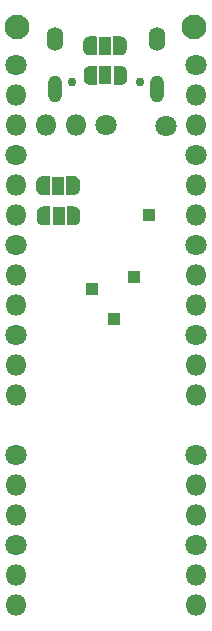
<source format=gbr>
%TF.GenerationSoftware,KiCad,Pcbnew,(5.1.6-0-10_14)*%
%TF.CreationDate,2022-02-25T15:24:37-06:00*%
%TF.ProjectId,Bonsai_C4,426f6e73-6169-45f4-9334-2e6b69636164,rev?*%
%TF.SameCoordinates,Original*%
%TF.FileFunction,Soldermask,Bot*%
%TF.FilePolarity,Negative*%
%FSLAX46Y46*%
G04 Gerber Fmt 4.6, Leading zero omitted, Abs format (unit mm)*
G04 Created by KiCad (PCBNEW (5.1.6-0-10_14)) date 2022-02-25 15:24:37*
%MOMM*%
%LPD*%
G01*
G04 APERTURE LIST*
%ADD10C,1.800000*%
%ADD11O,1.800000X1.800000*%
%ADD12C,0.100000*%
%ADD13R,1.100000X1.600000*%
%ADD14R,1.100000X1.100000*%
%ADD15O,1.200000X2.300000*%
%ADD16O,1.400000X2.000000*%
%ADD17C,0.750000*%
%ADD18C,2.100000*%
G04 APERTURE END LIST*
D10*
%TO.C,J4*%
X100000000Y-100000000D03*
D11*
X100000000Y-102540000D03*
X100000000Y-105080000D03*
X100000000Y-112700000D03*
X100000000Y-110160000D03*
D10*
X100000000Y-107620000D03*
X100000000Y-122860000D03*
D11*
X100000000Y-117780000D03*
D10*
X100000000Y-115240000D03*
D11*
X100000000Y-125400000D03*
X100000000Y-127940000D03*
X100000000Y-120320000D03*
%TD*%
D10*
%TO.C,J5*%
X115240000Y-100000000D03*
D11*
X115240000Y-102540000D03*
X115240000Y-105080000D03*
X115240000Y-112700000D03*
X115240000Y-110160000D03*
D10*
X115240000Y-107620000D03*
X115240000Y-122860000D03*
D11*
X115240000Y-117780000D03*
D10*
X115240000Y-115240000D03*
D11*
X115240000Y-125400000D03*
X115240000Y-127940000D03*
X115240000Y-120320000D03*
%TD*%
%TO.C,J1*%
X102540000Y-105080000D03*
X105080000Y-105080000D03*
D10*
X107620000Y-105080000D03*
%TD*%
%TO.C,J2*%
X112680000Y-105120000D03*
%TD*%
%TO.C,J7*%
X100000000Y-133020000D03*
D11*
X100000000Y-135560000D03*
X100000000Y-138100000D03*
X100000000Y-145720000D03*
X100000000Y-143180000D03*
D10*
X100000000Y-140640000D03*
%TD*%
%TO.C,J6*%
X115240000Y-133020000D03*
D11*
X115240000Y-135560000D03*
X115240000Y-138100000D03*
X115240000Y-145720000D03*
X115240000Y-143180000D03*
D10*
X115240000Y-140640000D03*
%TD*%
D12*
%TO.C,JP4*%
G36*
X102869755Y-111950961D02*
G01*
X102879134Y-111953806D01*
X102887779Y-111958427D01*
X102895355Y-111964645D01*
X102901573Y-111972221D01*
X102906194Y-111980866D01*
X102909039Y-111990245D01*
X102910000Y-112000000D01*
X102910000Y-113500000D01*
X102909039Y-113509755D01*
X102906194Y-113519134D01*
X102901573Y-113527779D01*
X102895355Y-113535355D01*
X102887779Y-113541573D01*
X102879134Y-113546194D01*
X102869755Y-113549039D01*
X102860000Y-113550000D01*
X102310000Y-113550000D01*
X102303889Y-113549398D01*
X102285466Y-113549398D01*
X102280565Y-113549157D01*
X102231734Y-113544347D01*
X102226881Y-113543627D01*
X102178756Y-113534055D01*
X102173995Y-113532863D01*
X102127040Y-113518619D01*
X102122421Y-113516966D01*
X102077088Y-113498189D01*
X102072651Y-113496091D01*
X102029378Y-113472960D01*
X102025171Y-113470438D01*
X101984372Y-113443178D01*
X101980430Y-113440254D01*
X101942501Y-113409126D01*
X101938866Y-113405831D01*
X101904169Y-113371134D01*
X101900874Y-113367499D01*
X101869746Y-113329570D01*
X101866822Y-113325628D01*
X101839562Y-113284829D01*
X101837040Y-113280622D01*
X101813909Y-113237349D01*
X101811811Y-113232912D01*
X101793034Y-113187579D01*
X101791381Y-113182960D01*
X101777137Y-113136005D01*
X101775945Y-113131244D01*
X101766373Y-113083119D01*
X101765653Y-113078266D01*
X101760843Y-113029435D01*
X101760602Y-113024534D01*
X101760602Y-113006111D01*
X101760000Y-113000000D01*
X101760000Y-112500000D01*
X101760602Y-112493889D01*
X101760602Y-112475466D01*
X101760843Y-112470565D01*
X101765653Y-112421734D01*
X101766373Y-112416881D01*
X101775945Y-112368756D01*
X101777137Y-112363995D01*
X101791381Y-112317040D01*
X101793034Y-112312421D01*
X101811811Y-112267088D01*
X101813909Y-112262651D01*
X101837040Y-112219378D01*
X101839562Y-112215171D01*
X101866822Y-112174372D01*
X101869746Y-112170430D01*
X101900874Y-112132501D01*
X101904169Y-112128866D01*
X101938866Y-112094169D01*
X101942501Y-112090874D01*
X101980430Y-112059746D01*
X101984372Y-112056822D01*
X102025171Y-112029562D01*
X102029378Y-112027040D01*
X102072651Y-112003909D01*
X102077088Y-112001811D01*
X102122421Y-111983034D01*
X102127040Y-111981381D01*
X102173995Y-111967137D01*
X102178756Y-111965945D01*
X102226881Y-111956373D01*
X102231734Y-111955653D01*
X102280565Y-111950843D01*
X102285466Y-111950602D01*
X102303889Y-111950602D01*
X102310000Y-111950000D01*
X102860000Y-111950000D01*
X102869755Y-111950961D01*
G37*
D13*
X103610000Y-112750000D03*
D12*
G36*
X104916111Y-111950602D02*
G01*
X104934534Y-111950602D01*
X104939435Y-111950843D01*
X104988266Y-111955653D01*
X104993119Y-111956373D01*
X105041244Y-111965945D01*
X105046005Y-111967137D01*
X105092960Y-111981381D01*
X105097579Y-111983034D01*
X105142912Y-112001811D01*
X105147349Y-112003909D01*
X105190622Y-112027040D01*
X105194829Y-112029562D01*
X105235628Y-112056822D01*
X105239570Y-112059746D01*
X105277499Y-112090874D01*
X105281134Y-112094169D01*
X105315831Y-112128866D01*
X105319126Y-112132501D01*
X105350254Y-112170430D01*
X105353178Y-112174372D01*
X105380438Y-112215171D01*
X105382960Y-112219378D01*
X105406091Y-112262651D01*
X105408189Y-112267088D01*
X105426966Y-112312421D01*
X105428619Y-112317040D01*
X105442863Y-112363995D01*
X105444055Y-112368756D01*
X105453627Y-112416881D01*
X105454347Y-112421734D01*
X105459157Y-112470565D01*
X105459398Y-112475466D01*
X105459398Y-112493889D01*
X105460000Y-112500000D01*
X105460000Y-113000000D01*
X105459398Y-113006111D01*
X105459398Y-113024534D01*
X105459157Y-113029435D01*
X105454347Y-113078266D01*
X105453627Y-113083119D01*
X105444055Y-113131244D01*
X105442863Y-113136005D01*
X105428619Y-113182960D01*
X105426966Y-113187579D01*
X105408189Y-113232912D01*
X105406091Y-113237349D01*
X105382960Y-113280622D01*
X105380438Y-113284829D01*
X105353178Y-113325628D01*
X105350254Y-113329570D01*
X105319126Y-113367499D01*
X105315831Y-113371134D01*
X105281134Y-113405831D01*
X105277499Y-113409126D01*
X105239570Y-113440254D01*
X105235628Y-113443178D01*
X105194829Y-113470438D01*
X105190622Y-113472960D01*
X105147349Y-113496091D01*
X105142912Y-113498189D01*
X105097579Y-113516966D01*
X105092960Y-113518619D01*
X105046005Y-113532863D01*
X105041244Y-113534055D01*
X104993119Y-113543627D01*
X104988266Y-113544347D01*
X104939435Y-113549157D01*
X104934534Y-113549398D01*
X104916111Y-113549398D01*
X104910000Y-113550000D01*
X104360000Y-113550000D01*
X104350245Y-113549039D01*
X104340866Y-113546194D01*
X104332221Y-113541573D01*
X104324645Y-113535355D01*
X104318427Y-113527779D01*
X104313806Y-113519134D01*
X104310961Y-113509755D01*
X104310000Y-113500000D01*
X104310000Y-112000000D01*
X104310961Y-111990245D01*
X104313806Y-111980866D01*
X104318427Y-111972221D01*
X104324645Y-111964645D01*
X104332221Y-111958427D01*
X104340866Y-111953806D01*
X104350245Y-111950961D01*
X104360000Y-111950000D01*
X104910000Y-111950000D01*
X104916111Y-111950602D01*
G37*
%TD*%
%TO.C,JP3*%
G36*
X102829755Y-109380961D02*
G01*
X102839134Y-109383806D01*
X102847779Y-109388427D01*
X102855355Y-109394645D01*
X102861573Y-109402221D01*
X102866194Y-109410866D01*
X102869039Y-109420245D01*
X102870000Y-109430000D01*
X102870000Y-110930000D01*
X102869039Y-110939755D01*
X102866194Y-110949134D01*
X102861573Y-110957779D01*
X102855355Y-110965355D01*
X102847779Y-110971573D01*
X102839134Y-110976194D01*
X102829755Y-110979039D01*
X102820000Y-110980000D01*
X102270000Y-110980000D01*
X102263889Y-110979398D01*
X102245466Y-110979398D01*
X102240565Y-110979157D01*
X102191734Y-110974347D01*
X102186881Y-110973627D01*
X102138756Y-110964055D01*
X102133995Y-110962863D01*
X102087040Y-110948619D01*
X102082421Y-110946966D01*
X102037088Y-110928189D01*
X102032651Y-110926091D01*
X101989378Y-110902960D01*
X101985171Y-110900438D01*
X101944372Y-110873178D01*
X101940430Y-110870254D01*
X101902501Y-110839126D01*
X101898866Y-110835831D01*
X101864169Y-110801134D01*
X101860874Y-110797499D01*
X101829746Y-110759570D01*
X101826822Y-110755628D01*
X101799562Y-110714829D01*
X101797040Y-110710622D01*
X101773909Y-110667349D01*
X101771811Y-110662912D01*
X101753034Y-110617579D01*
X101751381Y-110612960D01*
X101737137Y-110566005D01*
X101735945Y-110561244D01*
X101726373Y-110513119D01*
X101725653Y-110508266D01*
X101720843Y-110459435D01*
X101720602Y-110454534D01*
X101720602Y-110436111D01*
X101720000Y-110430000D01*
X101720000Y-109930000D01*
X101720602Y-109923889D01*
X101720602Y-109905466D01*
X101720843Y-109900565D01*
X101725653Y-109851734D01*
X101726373Y-109846881D01*
X101735945Y-109798756D01*
X101737137Y-109793995D01*
X101751381Y-109747040D01*
X101753034Y-109742421D01*
X101771811Y-109697088D01*
X101773909Y-109692651D01*
X101797040Y-109649378D01*
X101799562Y-109645171D01*
X101826822Y-109604372D01*
X101829746Y-109600430D01*
X101860874Y-109562501D01*
X101864169Y-109558866D01*
X101898866Y-109524169D01*
X101902501Y-109520874D01*
X101940430Y-109489746D01*
X101944372Y-109486822D01*
X101985171Y-109459562D01*
X101989378Y-109457040D01*
X102032651Y-109433909D01*
X102037088Y-109431811D01*
X102082421Y-109413034D01*
X102087040Y-109411381D01*
X102133995Y-109397137D01*
X102138756Y-109395945D01*
X102186881Y-109386373D01*
X102191734Y-109385653D01*
X102240565Y-109380843D01*
X102245466Y-109380602D01*
X102263889Y-109380602D01*
X102270000Y-109380000D01*
X102820000Y-109380000D01*
X102829755Y-109380961D01*
G37*
D13*
X103570000Y-110180000D03*
D12*
G36*
X104876111Y-109380602D02*
G01*
X104894534Y-109380602D01*
X104899435Y-109380843D01*
X104948266Y-109385653D01*
X104953119Y-109386373D01*
X105001244Y-109395945D01*
X105006005Y-109397137D01*
X105052960Y-109411381D01*
X105057579Y-109413034D01*
X105102912Y-109431811D01*
X105107349Y-109433909D01*
X105150622Y-109457040D01*
X105154829Y-109459562D01*
X105195628Y-109486822D01*
X105199570Y-109489746D01*
X105237499Y-109520874D01*
X105241134Y-109524169D01*
X105275831Y-109558866D01*
X105279126Y-109562501D01*
X105310254Y-109600430D01*
X105313178Y-109604372D01*
X105340438Y-109645171D01*
X105342960Y-109649378D01*
X105366091Y-109692651D01*
X105368189Y-109697088D01*
X105386966Y-109742421D01*
X105388619Y-109747040D01*
X105402863Y-109793995D01*
X105404055Y-109798756D01*
X105413627Y-109846881D01*
X105414347Y-109851734D01*
X105419157Y-109900565D01*
X105419398Y-109905466D01*
X105419398Y-109923889D01*
X105420000Y-109930000D01*
X105420000Y-110430000D01*
X105419398Y-110436111D01*
X105419398Y-110454534D01*
X105419157Y-110459435D01*
X105414347Y-110508266D01*
X105413627Y-110513119D01*
X105404055Y-110561244D01*
X105402863Y-110566005D01*
X105388619Y-110612960D01*
X105386966Y-110617579D01*
X105368189Y-110662912D01*
X105366091Y-110667349D01*
X105342960Y-110710622D01*
X105340438Y-110714829D01*
X105313178Y-110755628D01*
X105310254Y-110759570D01*
X105279126Y-110797499D01*
X105275831Y-110801134D01*
X105241134Y-110835831D01*
X105237499Y-110839126D01*
X105199570Y-110870254D01*
X105195628Y-110873178D01*
X105154829Y-110900438D01*
X105150622Y-110902960D01*
X105107349Y-110926091D01*
X105102912Y-110928189D01*
X105057579Y-110946966D01*
X105052960Y-110948619D01*
X105006005Y-110962863D01*
X105001244Y-110964055D01*
X104953119Y-110973627D01*
X104948266Y-110974347D01*
X104899435Y-110979157D01*
X104894534Y-110979398D01*
X104876111Y-110979398D01*
X104870000Y-110980000D01*
X104320000Y-110980000D01*
X104310245Y-110979039D01*
X104300866Y-110976194D01*
X104292221Y-110971573D01*
X104284645Y-110965355D01*
X104278427Y-110957779D01*
X104273806Y-110949134D01*
X104270961Y-110939755D01*
X104270000Y-110930000D01*
X104270000Y-109430000D01*
X104270961Y-109420245D01*
X104273806Y-109410866D01*
X104278427Y-109402221D01*
X104284645Y-109394645D01*
X104292221Y-109388427D01*
X104300866Y-109383806D01*
X104310245Y-109380961D01*
X104320000Y-109380000D01*
X104870000Y-109380000D01*
X104876111Y-109380602D01*
G37*
%TD*%
D14*
%TO.C,J8*%
X111308000Y-112704000D03*
%TD*%
D15*
%TO.C,J3*%
X103320000Y-102000000D03*
D16*
X103320000Y-97800000D03*
D17*
X104730000Y-101449000D03*
X110510000Y-101449000D03*
D16*
X111920000Y-97800000D03*
D15*
X111920000Y-102000000D03*
%TD*%
D12*
%TO.C,JP1*%
G36*
X106788755Y-97543961D02*
G01*
X106798134Y-97546806D01*
X106806779Y-97551427D01*
X106814355Y-97557645D01*
X106820573Y-97565221D01*
X106825194Y-97573866D01*
X106828039Y-97583245D01*
X106829000Y-97593000D01*
X106829000Y-99093000D01*
X106828039Y-99102755D01*
X106825194Y-99112134D01*
X106820573Y-99120779D01*
X106814355Y-99128355D01*
X106806779Y-99134573D01*
X106798134Y-99139194D01*
X106788755Y-99142039D01*
X106779000Y-99143000D01*
X106229000Y-99143000D01*
X106222889Y-99142398D01*
X106204466Y-99142398D01*
X106199565Y-99142157D01*
X106150734Y-99137347D01*
X106145881Y-99136627D01*
X106097756Y-99127055D01*
X106092995Y-99125863D01*
X106046040Y-99111619D01*
X106041421Y-99109966D01*
X105996088Y-99091189D01*
X105991651Y-99089091D01*
X105948378Y-99065960D01*
X105944171Y-99063438D01*
X105903372Y-99036178D01*
X105899430Y-99033254D01*
X105861501Y-99002126D01*
X105857866Y-98998831D01*
X105823169Y-98964134D01*
X105819874Y-98960499D01*
X105788746Y-98922570D01*
X105785822Y-98918628D01*
X105758562Y-98877829D01*
X105756040Y-98873622D01*
X105732909Y-98830349D01*
X105730811Y-98825912D01*
X105712034Y-98780579D01*
X105710381Y-98775960D01*
X105696137Y-98729005D01*
X105694945Y-98724244D01*
X105685373Y-98676119D01*
X105684653Y-98671266D01*
X105679843Y-98622435D01*
X105679602Y-98617534D01*
X105679602Y-98599111D01*
X105679000Y-98593000D01*
X105679000Y-98093000D01*
X105679602Y-98086889D01*
X105679602Y-98068466D01*
X105679843Y-98063565D01*
X105684653Y-98014734D01*
X105685373Y-98009881D01*
X105694945Y-97961756D01*
X105696137Y-97956995D01*
X105710381Y-97910040D01*
X105712034Y-97905421D01*
X105730811Y-97860088D01*
X105732909Y-97855651D01*
X105756040Y-97812378D01*
X105758562Y-97808171D01*
X105785822Y-97767372D01*
X105788746Y-97763430D01*
X105819874Y-97725501D01*
X105823169Y-97721866D01*
X105857866Y-97687169D01*
X105861501Y-97683874D01*
X105899430Y-97652746D01*
X105903372Y-97649822D01*
X105944171Y-97622562D01*
X105948378Y-97620040D01*
X105991651Y-97596909D01*
X105996088Y-97594811D01*
X106041421Y-97576034D01*
X106046040Y-97574381D01*
X106092995Y-97560137D01*
X106097756Y-97558945D01*
X106145881Y-97549373D01*
X106150734Y-97548653D01*
X106199565Y-97543843D01*
X106204466Y-97543602D01*
X106222889Y-97543602D01*
X106229000Y-97543000D01*
X106779000Y-97543000D01*
X106788755Y-97543961D01*
G37*
D13*
X107529000Y-98343000D03*
D12*
G36*
X108835111Y-97543602D02*
G01*
X108853534Y-97543602D01*
X108858435Y-97543843D01*
X108907266Y-97548653D01*
X108912119Y-97549373D01*
X108960244Y-97558945D01*
X108965005Y-97560137D01*
X109011960Y-97574381D01*
X109016579Y-97576034D01*
X109061912Y-97594811D01*
X109066349Y-97596909D01*
X109109622Y-97620040D01*
X109113829Y-97622562D01*
X109154628Y-97649822D01*
X109158570Y-97652746D01*
X109196499Y-97683874D01*
X109200134Y-97687169D01*
X109234831Y-97721866D01*
X109238126Y-97725501D01*
X109269254Y-97763430D01*
X109272178Y-97767372D01*
X109299438Y-97808171D01*
X109301960Y-97812378D01*
X109325091Y-97855651D01*
X109327189Y-97860088D01*
X109345966Y-97905421D01*
X109347619Y-97910040D01*
X109361863Y-97956995D01*
X109363055Y-97961756D01*
X109372627Y-98009881D01*
X109373347Y-98014734D01*
X109378157Y-98063565D01*
X109378398Y-98068466D01*
X109378398Y-98086889D01*
X109379000Y-98093000D01*
X109379000Y-98593000D01*
X109378398Y-98599111D01*
X109378398Y-98617534D01*
X109378157Y-98622435D01*
X109373347Y-98671266D01*
X109372627Y-98676119D01*
X109363055Y-98724244D01*
X109361863Y-98729005D01*
X109347619Y-98775960D01*
X109345966Y-98780579D01*
X109327189Y-98825912D01*
X109325091Y-98830349D01*
X109301960Y-98873622D01*
X109299438Y-98877829D01*
X109272178Y-98918628D01*
X109269254Y-98922570D01*
X109238126Y-98960499D01*
X109234831Y-98964134D01*
X109200134Y-98998831D01*
X109196499Y-99002126D01*
X109158570Y-99033254D01*
X109154628Y-99036178D01*
X109113829Y-99063438D01*
X109109622Y-99065960D01*
X109066349Y-99089091D01*
X109061912Y-99091189D01*
X109016579Y-99109966D01*
X109011960Y-99111619D01*
X108965005Y-99125863D01*
X108960244Y-99127055D01*
X108912119Y-99136627D01*
X108907266Y-99137347D01*
X108858435Y-99142157D01*
X108853534Y-99142398D01*
X108835111Y-99142398D01*
X108829000Y-99143000D01*
X108279000Y-99143000D01*
X108269245Y-99142039D01*
X108259866Y-99139194D01*
X108251221Y-99134573D01*
X108243645Y-99128355D01*
X108237427Y-99120779D01*
X108232806Y-99112134D01*
X108229961Y-99102755D01*
X108229000Y-99093000D01*
X108229000Y-97593000D01*
X108229961Y-97583245D01*
X108232806Y-97573866D01*
X108237427Y-97565221D01*
X108243645Y-97557645D01*
X108251221Y-97551427D01*
X108259866Y-97546806D01*
X108269245Y-97543961D01*
X108279000Y-97543000D01*
X108829000Y-97543000D01*
X108835111Y-97543602D01*
G37*
%TD*%
%TO.C,JP2*%
G36*
X106832755Y-100053961D02*
G01*
X106842134Y-100056806D01*
X106850779Y-100061427D01*
X106858355Y-100067645D01*
X106864573Y-100075221D01*
X106869194Y-100083866D01*
X106872039Y-100093245D01*
X106873000Y-100103000D01*
X106873000Y-101603000D01*
X106872039Y-101612755D01*
X106869194Y-101622134D01*
X106864573Y-101630779D01*
X106858355Y-101638355D01*
X106850779Y-101644573D01*
X106842134Y-101649194D01*
X106832755Y-101652039D01*
X106823000Y-101653000D01*
X106273000Y-101653000D01*
X106266889Y-101652398D01*
X106248466Y-101652398D01*
X106243565Y-101652157D01*
X106194734Y-101647347D01*
X106189881Y-101646627D01*
X106141756Y-101637055D01*
X106136995Y-101635863D01*
X106090040Y-101621619D01*
X106085421Y-101619966D01*
X106040088Y-101601189D01*
X106035651Y-101599091D01*
X105992378Y-101575960D01*
X105988171Y-101573438D01*
X105947372Y-101546178D01*
X105943430Y-101543254D01*
X105905501Y-101512126D01*
X105901866Y-101508831D01*
X105867169Y-101474134D01*
X105863874Y-101470499D01*
X105832746Y-101432570D01*
X105829822Y-101428628D01*
X105802562Y-101387829D01*
X105800040Y-101383622D01*
X105776909Y-101340349D01*
X105774811Y-101335912D01*
X105756034Y-101290579D01*
X105754381Y-101285960D01*
X105740137Y-101239005D01*
X105738945Y-101234244D01*
X105729373Y-101186119D01*
X105728653Y-101181266D01*
X105723843Y-101132435D01*
X105723602Y-101127534D01*
X105723602Y-101109111D01*
X105723000Y-101103000D01*
X105723000Y-100603000D01*
X105723602Y-100596889D01*
X105723602Y-100578466D01*
X105723843Y-100573565D01*
X105728653Y-100524734D01*
X105729373Y-100519881D01*
X105738945Y-100471756D01*
X105740137Y-100466995D01*
X105754381Y-100420040D01*
X105756034Y-100415421D01*
X105774811Y-100370088D01*
X105776909Y-100365651D01*
X105800040Y-100322378D01*
X105802562Y-100318171D01*
X105829822Y-100277372D01*
X105832746Y-100273430D01*
X105863874Y-100235501D01*
X105867169Y-100231866D01*
X105901866Y-100197169D01*
X105905501Y-100193874D01*
X105943430Y-100162746D01*
X105947372Y-100159822D01*
X105988171Y-100132562D01*
X105992378Y-100130040D01*
X106035651Y-100106909D01*
X106040088Y-100104811D01*
X106085421Y-100086034D01*
X106090040Y-100084381D01*
X106136995Y-100070137D01*
X106141756Y-100068945D01*
X106189881Y-100059373D01*
X106194734Y-100058653D01*
X106243565Y-100053843D01*
X106248466Y-100053602D01*
X106266889Y-100053602D01*
X106273000Y-100053000D01*
X106823000Y-100053000D01*
X106832755Y-100053961D01*
G37*
D13*
X107573000Y-100853000D03*
D12*
G36*
X108879111Y-100053602D02*
G01*
X108897534Y-100053602D01*
X108902435Y-100053843D01*
X108951266Y-100058653D01*
X108956119Y-100059373D01*
X109004244Y-100068945D01*
X109009005Y-100070137D01*
X109055960Y-100084381D01*
X109060579Y-100086034D01*
X109105912Y-100104811D01*
X109110349Y-100106909D01*
X109153622Y-100130040D01*
X109157829Y-100132562D01*
X109198628Y-100159822D01*
X109202570Y-100162746D01*
X109240499Y-100193874D01*
X109244134Y-100197169D01*
X109278831Y-100231866D01*
X109282126Y-100235501D01*
X109313254Y-100273430D01*
X109316178Y-100277372D01*
X109343438Y-100318171D01*
X109345960Y-100322378D01*
X109369091Y-100365651D01*
X109371189Y-100370088D01*
X109389966Y-100415421D01*
X109391619Y-100420040D01*
X109405863Y-100466995D01*
X109407055Y-100471756D01*
X109416627Y-100519881D01*
X109417347Y-100524734D01*
X109422157Y-100573565D01*
X109422398Y-100578466D01*
X109422398Y-100596889D01*
X109423000Y-100603000D01*
X109423000Y-101103000D01*
X109422398Y-101109111D01*
X109422398Y-101127534D01*
X109422157Y-101132435D01*
X109417347Y-101181266D01*
X109416627Y-101186119D01*
X109407055Y-101234244D01*
X109405863Y-101239005D01*
X109391619Y-101285960D01*
X109389966Y-101290579D01*
X109371189Y-101335912D01*
X109369091Y-101340349D01*
X109345960Y-101383622D01*
X109343438Y-101387829D01*
X109316178Y-101428628D01*
X109313254Y-101432570D01*
X109282126Y-101470499D01*
X109278831Y-101474134D01*
X109244134Y-101508831D01*
X109240499Y-101512126D01*
X109202570Y-101543254D01*
X109198628Y-101546178D01*
X109157829Y-101573438D01*
X109153622Y-101575960D01*
X109110349Y-101599091D01*
X109105912Y-101601189D01*
X109060579Y-101619966D01*
X109055960Y-101621619D01*
X109009005Y-101635863D01*
X109004244Y-101637055D01*
X108956119Y-101646627D01*
X108951266Y-101647347D01*
X108902435Y-101652157D01*
X108897534Y-101652398D01*
X108879111Y-101652398D01*
X108873000Y-101653000D01*
X108323000Y-101653000D01*
X108313245Y-101652039D01*
X108303866Y-101649194D01*
X108295221Y-101644573D01*
X108287645Y-101638355D01*
X108281427Y-101630779D01*
X108276806Y-101622134D01*
X108273961Y-101612755D01*
X108273000Y-101603000D01*
X108273000Y-100103000D01*
X108273961Y-100093245D01*
X108276806Y-100083866D01*
X108281427Y-100075221D01*
X108287645Y-100067645D01*
X108295221Y-100061427D01*
X108303866Y-100056806D01*
X108313245Y-100053961D01*
X108323000Y-100053000D01*
X108873000Y-100053000D01*
X108879111Y-100053602D01*
G37*
%TD*%
D14*
%TO.C,J15*%
X106410000Y-118922000D03*
%TD*%
%TO.C,J16*%
X108281000Y-121436000D03*
%TD*%
%TO.C,J14*%
X109995000Y-117938000D03*
%TD*%
D18*
%TO.C,MH2*%
X115110000Y-96780000D03*
%TD*%
%TO.C,MH1*%
X100130000Y-96780000D03*
%TD*%
M02*

</source>
